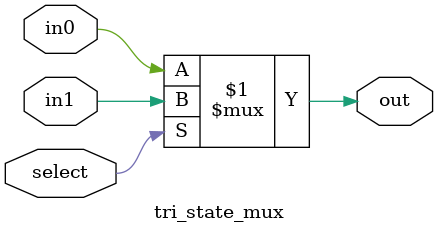
<source format=v>
module tri_state_mux (
    in0,
    in1,
    select,
    out
);
    input in0, in1, select;
    output tri out;

    assign out = select ? in1 : in0;

endmodule

</source>
